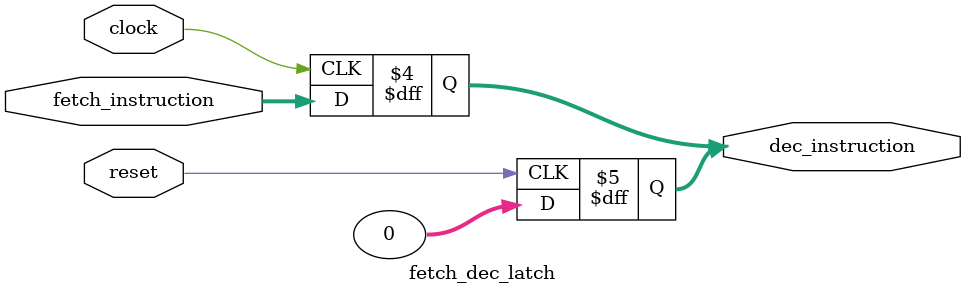
<source format=v>

module fetch_dec_latch(
input		clock,
input		reset,
input	[31:0]	fetch_instruction,

output	[31:0]	dec_instruction);

// Reset 
always @(negedge reset)
begin
	dec_instruction = 0;
end

// Latch 
always @(posedge clock)
begin
	if (clock == 1)
		dec_instruction = fetch_instruction;
end
endmodule	

</source>
